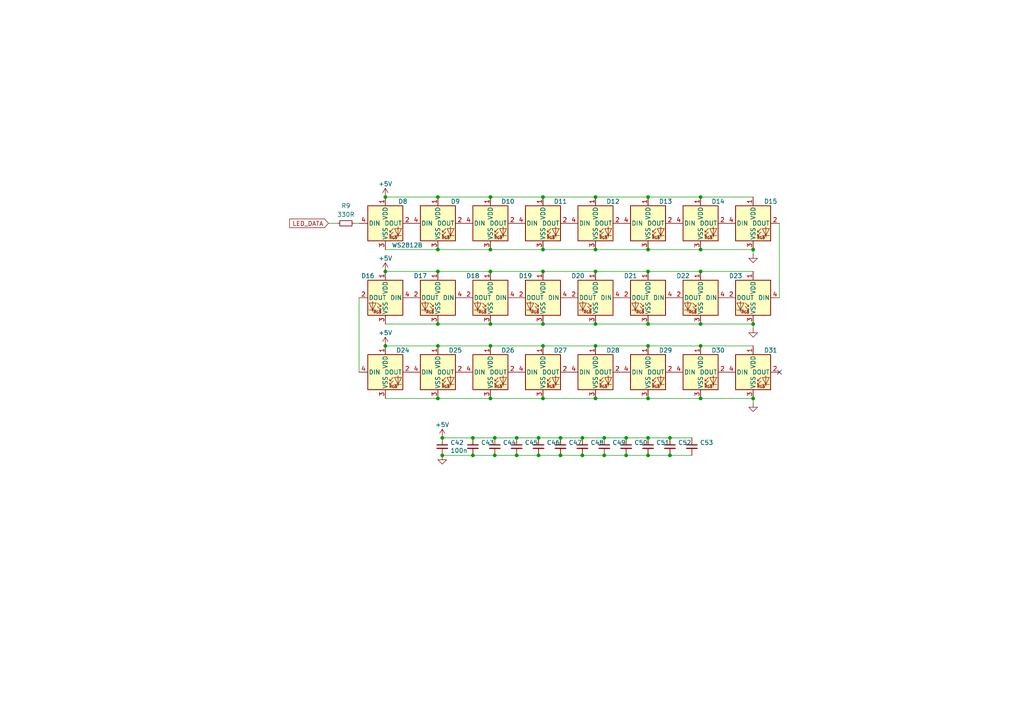
<source format=kicad_sch>
(kicad_sch (version 20211123) (generator eeschema)
  (paper "A4")
  (title_block (title "WS2812 LEDS"))
  (lib_symbols
    (symbol "Device:C_Small" (pin_numbers hide) (pin_names (offset 0.254) hide)
      (property "Reference" "C" (at 0.254 1.778 0))
      (property "Value" "C_Small" (at 0.254 -2.032 0))
      (symbol "C_Small_0_1"
        (polyline (pts (xy -1.524 -0.508) (xy 1.524 -0.508)) (stroke (width 0.3302)))
        (polyline (pts (xy -1.524 0.508) (xy 1.524 0.508)) (stroke (width 0.3048)))
      )
      (symbol "C_Small_1_1"
        (pin passive line (at 0 2.54 270) (length 2.032) (name "~") (number "1"))
        (pin passive line (at 0 -2.54 90) (length 2.032) (name "~") (number "2"))
      )
    )
    (symbol "Device:R_Small" (pin_numbers hide) (pin_names (offset 0.254) hide)
      (property "Reference" "R" (at 0.762 0.508 0))
      (property "Value" "R_Small" (at 0.762 -1.016 0))
      (symbol "R_Small_0_1"
        (rectangle (start -0.762 1.778) (end 0.762 -1.778) (stroke (width 0.2032)))
      )
      (symbol "R_Small_1_1"
        (pin passive line (at 0 2.54 270) (length 0.762) (name "~") (number "1"))
        (pin passive line (at 0 -2.54 90) (length 0.762) (name "~") (number "2"))
      )
    )
    (symbol "LED:WS2812B" (pin_names (offset 0.254))
      (property "Reference" "D" (at 5.08 5.715 0))
      (property "Value" "WS2812B" (at 1.27 -5.715 0))
      (symbol "WS2812B_0_0"
        (text "RGB" (at 2.286 -4.191 0) (effects (font (size 0.762 0.762))))
      )
      (symbol "WS2812B_0_1"
        (polyline (pts (xy 1.27 -3.556) (xy 1.778 -3.556)))
        (polyline (pts (xy 1.27 -2.54) (xy 1.778 -2.54)))
        (polyline (pts (xy 4.699 -3.556) (xy 2.667 -3.556)))
        (polyline (pts (xy 2.286 -2.54) (xy 1.27 -3.556) (xy 1.27 -3.048)))
        (polyline (pts (xy 2.286 -1.524) (xy 1.27 -2.54) (xy 1.27 -2.032)))
        (polyline (pts (xy 3.683 -1.016) (xy 3.683 -3.556) (xy 3.683 -4.064)))
        (polyline (pts (xy 4.699 -1.524) (xy 2.667 -1.524) (xy 3.683 -3.556) (xy 4.699 -1.524)))
        (rectangle (start 5.08 5.08) (end -5.08 -5.08) (stroke (width 0.254)) (fill (type background)))
      )
      (symbol "WS2812B_1_1"
        (pin power_in line (at 0 7.62 270) (length 2.54) (name "VDD") (number "1"))
        (pin output line (at 7.62 0 180) (length 2.54) (name "DOUT") (number "2"))
        (pin power_in line (at 0 -7.62 90) (length 2.54) (name "VSS") (number "3"))
        (pin input line (at -7.62 0 0) (length 2.54) (name "DIN") (number "4"))
      )
    )
    (symbol "power:+5V" (power) (pin_names (offset 0))
      (property "Value" "+5V" (at 0 3.556 0))
      (symbol "+5V_0_1"
        (polyline (pts (xy -0.762 1.27) (xy 0 2.54)))
        (polyline (pts (xy 0 0) (xy 0 2.54)))
        (polyline (pts (xy 0 2.54) (xy 0.762 1.27)))
      )
      (symbol "+5V_1_1"
        (pin power_in line (at 0 0 90) (length 0) hide (name "+5V") (number "1"))
      )
    )
    (symbol "power:GND" (power) (pin_names (offset 0))
      (property "Value" "GND" (at 0 -3.81 0))
      (symbol "GND_0_1"
        (polyline (pts (xy 0 0) (xy 0 -1.27) (xy 1.27 -1.27) (xy 0 -2.54) (xy -1.27 -1.27) (xy 0 -1.27)))
      )
      (symbol "GND_1_1"
        (pin power_in line (at 0 0 270) (length 0) hide (name "GND") (number "1"))
      )
    )
  )
  (junction (at 111.76 57.15))
  (junction (at 175.26 132.08))
  (junction (at 127 72.39))
  (junction (at 187.96 127))
  (junction (at 203.2 115.57))
  (junction (at 127 100.33))
  (junction (at 128.27 127))
  (junction (at 218.44 115.57))
  (junction (at 203.2 57.15))
  (junction (at 187.96 115.57))
  (junction (at 172.72 72.39))
  (junction (at 181.61 127))
  (junction (at 157.48 93.98))
  (junction (at 142.24 57.15))
  (junction (at 142.24 100.33))
  (junction (at 187.96 132.08))
  (junction (at 137.16 127))
  (junction (at 127 115.57))
  (junction (at 149.86 132.08))
  (junction (at 203.2 100.33))
  (junction (at 143.51 127))
  (junction (at 157.48 78.74))
  (junction (at 218.44 72.39))
  (junction (at 194.31 127))
  (junction (at 162.56 132.08))
  (junction (at 187.96 72.39))
  (junction (at 187.96 57.15))
  (junction (at 143.51 132.08))
  (junction (at 111.76 78.74))
  (junction (at 157.48 57.15))
  (junction (at 142.24 72.39))
  (junction (at 127 57.15))
  (junction (at 172.72 78.74))
  (junction (at 172.72 100.33))
  (junction (at 175.26 127))
  (junction (at 156.21 132.08))
  (junction (at 187.96 78.74))
  (junction (at 157.48 115.57))
  (junction (at 187.96 93.98))
  (junction (at 168.91 127))
  (junction (at 127 78.74))
  (junction (at 142.24 78.74))
  (junction (at 172.72 115.57))
  (junction (at 168.91 132.08))
  (junction (at 203.2 72.39))
  (junction (at 149.86 127))
  (junction (at 187.96 100.33))
  (junction (at 137.16 132.08))
  (junction (at 156.21 127))
  (junction (at 181.61 132.08))
  (junction (at 172.72 57.15))
  (junction (at 194.31 132.08))
  (junction (at 162.56 127))
  (junction (at 127 93.98))
  (junction (at 157.48 72.39))
  (junction (at 157.48 100.33))
  (junction (at 128.27 132.08))
  (junction (at 172.72 93.98))
  (junction (at 142.24 93.98))
  (junction (at 203.2 78.74))
  (junction (at 142.24 115.57))
  (junction (at 218.44 93.98))
  (junction (at 203.2 93.98))
  (junction (at 111.76 100.33))
  (no_connect (at 226.06 107.95))
  (wire (pts (xy 181.61 127) (xy 187.96 127)))
  (wire (pts (xy 142.24 57.15) (xy 157.48 57.15)))
  (wire (pts (xy 127 115.57) (xy 142.24 115.57)))
  (wire (pts (xy 203.2 57.15) (xy 218.44 57.15)))
  (wire (pts (xy 162.56 132.08) (xy 168.91 132.08)))
  (wire (pts (xy 137.16 132.08) (xy 143.51 132.08)))
  (wire (pts (xy 172.72 115.57) (xy 187.96 115.57)))
  (wire (pts (xy 157.48 57.15) (xy 172.72 57.15)))
  (wire (pts (xy 127 100.33) (xy 142.24 100.33)))
  (wire (pts (xy 111.76 78.74) (xy 127 78.74)))
  (wire (pts (xy 187.96 115.57) (xy 203.2 115.57)))
  (wire (pts (xy 172.72 100.33) (xy 187.96 100.33)))
  (wire (pts (xy 157.48 72.39) (xy 172.72 72.39)))
  (wire (pts (xy 149.86 127) (xy 156.21 127)))
  (wire (pts (xy 172.72 57.15) (xy 187.96 57.15)))
  (wire (pts (xy 175.26 127) (xy 181.61 127)))
  (wire (pts (xy 104.14 86.36) (xy 104.14 107.95)))
  (wire (pts (xy 142.24 72.39) (xy 157.48 72.39)))
  (wire (pts (xy 157.48 93.98) (xy 172.72 93.98)))
  (wire (pts (xy 203.2 72.39) (xy 218.44 72.39)))
  (wire (pts (xy 203.2 115.57) (xy 218.44 115.57)))
  (wire (pts (xy 156.21 127) (xy 162.56 127)))
  (wire (pts (xy 142.24 100.33) (xy 157.48 100.33)))
  (wire (pts (xy 168.91 132.08) (xy 175.26 132.08)))
  (wire (pts (xy 218.44 115.57) (xy 218.44 116.84)))
  (wire (pts (xy 111.76 57.15) (xy 127 57.15)))
  (wire (pts (xy 162.56 127) (xy 168.91 127)))
  (wire (pts (xy 111.76 72.39) (xy 127 72.39)))
  (wire (pts (xy 127 57.15) (xy 142.24 57.15)))
  (wire (pts (xy 218.44 93.98) (xy 218.44 95.25)))
  (wire (pts (xy 203.2 100.33) (xy 218.44 100.33)))
  (wire (pts (xy 187.96 78.74) (xy 203.2 78.74)))
  (wire (pts (xy 127 72.39) (xy 142.24 72.39)))
  (wire (pts (xy 142.24 93.98) (xy 127 93.98)))
  (wire (pts (xy 137.16 127) (xy 143.51 127)))
  (wire (pts (xy 142.24 115.57) (xy 157.48 115.57)))
  (wire (pts (xy 194.31 127) (xy 200.66 127)))
  (wire (pts (xy 168.91 127) (xy 175.26 127)))
  (wire (pts (xy 127 93.98) (xy 111.76 93.98)))
  (wire (pts (xy 156.21 132.08) (xy 162.56 132.08)))
  (wire (pts (xy 181.61 132.08) (xy 187.96 132.08)))
  (wire (pts (xy 226.06 64.77) (xy 226.06 86.36)))
  (wire (pts (xy 157.48 115.57) (xy 172.72 115.57)))
  (wire (pts (xy 203.2 93.98) (xy 187.96 93.98)))
  (wire (pts (xy 172.72 72.39) (xy 187.96 72.39)))
  (wire (pts (xy 157.48 78.74) (xy 172.72 78.74)))
  (wire (pts (xy 111.76 115.57) (xy 127 115.57)))
  (wire (pts (xy 142.24 78.74) (xy 157.48 78.74)))
  (wire (pts (xy 111.76 100.33) (xy 127 100.33)))
  (wire (pts (xy 102.87 64.77) (xy 104.14 64.77)))
  (wire (pts (xy 143.51 132.08) (xy 149.86 132.08)))
  (wire (pts (xy 187.96 100.33) (xy 203.2 100.33)))
  (wire (pts (xy 128.27 132.08) (xy 137.16 132.08)))
  (wire (pts (xy 143.51 127) (xy 149.86 127)))
  (wire (pts (xy 218.44 93.98) (xy 203.2 93.98)))
  (wire (pts (xy 187.96 72.39) (xy 203.2 72.39)))
  (wire (pts (xy 95.25 64.77) (xy 97.79 64.77)))
  (wire (pts (xy 172.72 78.74) (xy 187.96 78.74)))
  (wire (pts (xy 157.48 100.33) (xy 172.72 100.33)))
  (wire (pts (xy 187.96 127) (xy 194.31 127)))
  (wire (pts (xy 157.48 93.98) (xy 142.24 93.98)))
  (wire (pts (xy 187.96 93.98) (xy 172.72 93.98)))
  (wire (pts (xy 218.44 72.39) (xy 218.44 73.66)))
  (wire (pts (xy 187.96 132.08) (xy 194.31 132.08)))
  (wire (pts (xy 187.96 57.15) (xy 203.2 57.15)))
  (wire (pts (xy 149.86 132.08) (xy 156.21 132.08)))
  (wire (pts (xy 203.2 78.74) (xy 218.44 78.74)))
  (wire (pts (xy 194.31 132.08) (xy 200.66 132.08)))
  (wire (pts (xy 175.26 132.08) (xy 181.61 132.08)))
  (wire (pts (xy 128.27 127) (xy 137.16 127)))
  (wire (pts (xy 127 78.74) (xy 142.24 78.74)))
  (global_label "LED_DATA" (shape input) (at 95.25 64.77 180) (property "Intersheet References" "${INTERSHEET_REFS}" (effects hide)))
  (symbol (lib_id "Device:C_Small") (at 181.61 129.54 0) (unit 1)
    (property "Reference" "C50" (at 183.9468 128.3716 0) (effects (justify left)))
    (property "Value" "100n" (effects hide))
    (property "Footprint" "Capacitor_SMD:C_0402_1005Metric" (effects hide))
    (property "LCSC" "C307331" (effects hide))
  )
  (symbol (lib_id "power:GND") (at 128.27 132.08 0) (unit 1)
    (property "Reference" "#PWR095" (effects hide))
    (property "Value" "GND" (effects hide))
  )
  (symbol (lib_id "Device:C_Small") (at 137.16 129.54 0) (unit 1)
    (property "Reference" "C43" (at 139.4968 128.3716 0) (effects (justify left)))
    (property "Value" "100n" (effects hide))
    (property "Footprint" "Capacitor_SMD:C_0402_1005Metric" (effects hide))
    (property "LCSC" "C307331" (effects hide))
  )
  (symbol (lib_id "LED:WS2812B") (at 187.96 107.95 0) (unit 1)
    (property "Reference" "D29" (at 193.04 101.6 0))
    (property "Value" "WS2812B" (effects hide))
    (property "Footprint" "LED_SMD:LED_WS2812B_PLCC4_5.0x5.0mm_P3.2mm" (effects hide))
    (property "Datasheet" "https://cdn-shop.adafruit.com/datasheets/WS2812B.pdf" (effects hide))
  )
  (symbol (lib_id "LED:WS2812B") (at 187.96 64.77 0) (unit 1)
    (property "Reference" "D13" (at 193.04 58.42 0))
    (property "Value" "WS2812B" (effects hide))
    (property "Footprint" "LED_SMD:LED_WS2812B_PLCC4_5.0x5.0mm_P3.2mm" (effects hide))
    (property "Datasheet" "https://cdn-shop.adafruit.com/datasheets/WS2812B.pdf" (effects hide))
  )
  (symbol (lib_id "LED:WS2812B") (at 127 86.36 0) (mirror y) (unit 1)
    (property "Reference" "D17" (at 121.92 80.01 0))
    (property "Value" "WS2812B" (effects hide))
    (property "Footprint" "LED_SMD:LED_WS2812B_PLCC4_5.0x5.0mm_P3.2mm" (effects hide))
    (property "Datasheet" "https://cdn-shop.adafruit.com/datasheets/WS2812B.pdf" (effects hide))
  )
  (symbol (lib_id "Device:C_Small") (at 168.91 129.54 0) (unit 1)
    (property "Reference" "C48" (at 171.2468 128.3716 0) (effects (justify left)))
    (property "Value" "100n" (effects hide))
    (property "Footprint" "Capacitor_SMD:C_0402_1005Metric" (effects hide))
    (property "LCSC" "C307331" (effects hide))
  )
  (symbol (lib_id "power:+5V") (at 111.76 78.74 0) (unit 1)
    (property "Reference" "#PWR090" (effects hide))
    (property "Value" "+5V" (at 111.76 74.93 0))
  )
  (symbol (lib_id "LED:WS2812B") (at 218.44 64.77 0) (unit 1)
    (property "Reference" "D15" (at 223.52 58.42 0))
    (property "Value" "WS2812B" (effects hide))
    (property "Footprint" "LED_SMD:LED_WS2812B_PLCC4_5.0x5.0mm_P3.2mm" (effects hide))
    (property "Datasheet" "https://cdn-shop.adafruit.com/datasheets/WS2812B.pdf" (effects hide))
  )
  (symbol (lib_id "Device:C_Small") (at 128.27 129.54 0) (unit 1)
    (property "Reference" "C42" (at 130.6068 128.3716 0) (effects (justify left)))
    (property "Value" "100n" (at 130.6068 130.683 0) (effects (justify left)))
    (property "Footprint" "Capacitor_SMD:C_0402_1005Metric" (effects hide))
    (property "LCSC" "C307331" (effects hide))
  )
  (symbol (lib_id "LED:WS2812B") (at 172.72 107.95 0) (unit 1)
    (property "Reference" "D28" (at 177.8 101.6 0))
    (property "Value" "WS2812B" (effects hide))
    (property "Footprint" "LED_SMD:LED_WS2812B_PLCC4_5.0x5.0mm_P3.2mm" (effects hide))
    (property "Datasheet" "https://cdn-shop.adafruit.com/datasheets/WS2812B.pdf" (effects hide))
  )
  (symbol (lib_id "LED:WS2812B") (at 203.2 107.95 0) (unit 1)
    (property "Reference" "D30" (at 208.28 101.6 0))
    (property "Value" "WS2812B" (effects hide))
    (property "Footprint" "LED_SMD:LED_WS2812B_PLCC4_5.0x5.0mm_P3.2mm" (effects hide))
    (property "Datasheet" "https://cdn-shop.adafruit.com/datasheets/WS2812B.pdf" (effects hide))
  )
  (symbol (lib_id "power:+5V") (at 111.76 100.33 0) (unit 1)
    (property "Reference" "#PWR092" (effects hide))
    (property "Value" "+5V" (at 111.76 96.52 0))
  )
  (symbol (lib_id "power:+5V") (at 128.27 127 0) (unit 1)
    (property "Reference" "#PWR094" (effects hide))
    (property "Value" "+5V" (at 128.27 123.19 0))
  )
  (symbol (lib_id "power:GND") (at 218.44 95.25 0) (unit 1)
    (property "Reference" "#PWR091" (effects hide))
    (property "Value" "GND" (effects hide))
  )
  (symbol (lib_id "power:GND") (at 218.44 73.66 0) (unit 1)
    (property "Reference" "#PWR089" (effects hide))
    (property "Value" "GND" (effects hide))
  )
  (symbol (lib_id "Device:C_Small") (at 149.86 129.54 0) (unit 1)
    (property "Reference" "C45" (at 152.1968 128.3716 0) (effects (justify left)))
    (property "Value" "100n" (effects hide))
    (property "Footprint" "Capacitor_SMD:C_0402_1005Metric" (effects hide))
    (property "LCSC" "C307331" (effects hide))
  )
  (symbol (lib_id "LED:WS2812B") (at 142.24 64.77 0) (unit 1)
    (property "Reference" "D10" (at 147.32 58.42 0))
    (property "Value" "WS2812B" (effects hide))
    (property "Footprint" "LED_SMD:LED_WS2812B_PLCC4_5.0x5.0mm_P3.2mm" (effects hide))
    (property "Datasheet" "https://cdn-shop.adafruit.com/datasheets/WS2812B.pdf" (effects hide))
  )
  (symbol (lib_id "power:GND") (at 218.44 116.84 0) (unit 1)
    (property "Reference" "#PWR093" (effects hide))
    (property "Value" "GND" (effects hide))
  )
  (symbol (lib_id "LED:WS2812B") (at 172.72 86.36 0) (mirror y) (unit 1)
    (property "Reference" "D20" (at 167.64 80.01 0))
    (property "Value" "WS2812B" (effects hide))
    (property "Footprint" "LED_SMD:LED_WS2812B_PLCC4_5.0x5.0mm_P3.2mm" (effects hide))
    (property "Datasheet" "https://cdn-shop.adafruit.com/datasheets/WS2812B.pdf" (effects hide))
  )
  (symbol (lib_id "Device:C_Small") (at 187.96 129.54 0) (unit 1)
    (property "Reference" "C51" (at 190.2968 128.3716 0) (effects (justify left)))
    (property "Value" "100n" (effects hide))
    (property "Footprint" "Capacitor_SMD:C_0402_1005Metric" (effects hide))
    (property "LCSC" "C307331" (effects hide))
  )
  (symbol (lib_id "LED:WS2812B") (at 142.24 107.95 0) (unit 1)
    (property "Reference" "D26" (at 147.32 101.6 0))
    (property "Value" "WS2812B" (effects hide))
    (property "Footprint" "LED_SMD:LED_WS2812B_PLCC4_5.0x5.0mm_P3.2mm" (effects hide))
    (property "Datasheet" "https://cdn-shop.adafruit.com/datasheets/WS2812B.pdf" (effects hide))
  )
  (symbol (lib_id "LED:WS2812B") (at 187.96 86.36 0) (mirror y) (unit 1)
    (property "Reference" "D21" (at 182.88 80.01 0))
    (property "Value" "WS2812B" (effects hide))
    (property "Footprint" "LED_SMD:LED_WS2812B_PLCC4_5.0x5.0mm_P3.2mm" (effects hide))
    (property "Datasheet" "https://cdn-shop.adafruit.com/datasheets/WS2812B.pdf" (effects hide))
  )
  (symbol (lib_id "LED:WS2812B") (at 157.48 107.95 0) (unit 1)
    (property "Reference" "D27" (at 162.56 101.6 0))
    (property "Value" "WS2812B" (effects hide))
    (property "Footprint" "LED_SMD:LED_WS2812B_PLCC4_5.0x5.0mm_P3.2mm" (effects hide))
    (property "Datasheet" "https://cdn-shop.adafruit.com/datasheets/WS2812B.pdf" (effects hide))
  )
  (symbol (lib_id "LED:WS2812B") (at 127 64.77 0) (unit 1)
    (property "Reference" "D9" (at 132.08 58.42 0))
    (property "Value" "WS2812B" (effects hide))
    (property "Footprint" "LED_SMD:LED_WS2812B_PLCC4_5.0x5.0mm_P3.2mm" (effects hide))
    (property "Datasheet" "https://cdn-shop.adafruit.com/datasheets/WS2812B.pdf" (effects hide))
  )
  (symbol (lib_id "LED:WS2812B") (at 203.2 64.77 0) (unit 1)
    (property "Reference" "D14" (at 208.28 58.42 0))
    (property "Value" "WS2812B" (effects hide))
    (property "Footprint" "LED_SMD:LED_WS2812B_PLCC4_5.0x5.0mm_P3.2mm" (effects hide))
    (property "Datasheet" "https://cdn-shop.adafruit.com/datasheets/WS2812B.pdf" (effects hide))
  )
  (symbol (lib_id "Device:C_Small") (at 200.66 129.54 0) (unit 1)
    (property "Reference" "C53" (at 202.9968 128.3716 0) (effects (justify left)))
    (property "Value" "100n" (effects hide))
    (property "Footprint" "Capacitor_SMD:C_0402_1005Metric" (effects hide))
    (property "LCSC" "C307331" (effects hide))
  )
  (symbol (lib_id "LED:WS2812B") (at 157.48 64.77 0) (unit 1)
    (property "Reference" "D11" (at 162.56 58.42 0))
    (property "Value" "WS2812B" (effects hide))
    (property "Footprint" "LED_SMD:LED_WS2812B_PLCC4_5.0x5.0mm_P3.2mm" (effects hide))
    (property "Datasheet" "https://cdn-shop.adafruit.com/datasheets/WS2812B.pdf" (effects hide))
  )
  (symbol (lib_id "LED:WS2812B") (at 111.76 86.36 0) (mirror y) (unit 1)
    (property "Reference" "D16" (at 106.68 80.01 0))
    (property "Value" "WS2812B" (effects hide))
    (property "Footprint" "LED_SMD:LED_WS2812B_PLCC4_5.0x5.0mm_P3.2mm" (effects hide))
    (property "Datasheet" "https://cdn-shop.adafruit.com/datasheets/WS2812B.pdf" (effects hide))
  )
  (symbol (lib_id "LED:WS2812B") (at 218.44 107.95 0) (unit 1)
    (property "Reference" "D31" (at 223.52 101.6 0))
    (property "Value" "WS2812B" (effects hide))
    (property "Footprint" "LED_SMD:LED_WS2812B_PLCC4_5.0x5.0mm_P3.2mm" (effects hide))
    (property "Datasheet" "https://cdn-shop.adafruit.com/datasheets/WS2812B.pdf" (effects hide))
  )
  (symbol (lib_id "LED:WS2812B") (at 127 107.95 0) (unit 1)
    (property "Reference" "D25" (at 132.08 101.6 0))
    (property "Value" "WS2812B" (effects hide))
    (property "Footprint" "LED_SMD:LED_WS2812B_PLCC4_5.0x5.0mm_P3.2mm" (effects hide))
    (property "Datasheet" "https://cdn-shop.adafruit.com/datasheets/WS2812B.pdf" (effects hide))
  )
  (symbol (lib_id "LED:WS2812B") (at 157.48 86.36 0) (mirror y) (unit 1)
    (property "Reference" "D19" (at 152.4 80.01 0))
    (property "Value" "WS2812B" (effects hide))
    (property "Footprint" "LED_SMD:LED_WS2812B_PLCC4_5.0x5.0mm_P3.2mm" (effects hide))
    (property "Datasheet" "https://cdn-shop.adafruit.com/datasheets/WS2812B.pdf" (effects hide))
  )
  (symbol (lib_id "LED:WS2812B") (at 203.2 86.36 0) (mirror y) (unit 1)
    (property "Reference" "D22" (at 198.12 80.01 0))
    (property "Value" "WS2812B" (effects hide))
    (property "Footprint" "LED_SMD:LED_WS2812B_PLCC4_5.0x5.0mm_P3.2mm" (effects hide))
    (property "Datasheet" "https://cdn-shop.adafruit.com/datasheets/WS2812B.pdf" (effects hide))
  )
  (symbol (lib_id "LED:WS2812B") (at 172.72 64.77 0) (unit 1)
    (property "Reference" "D12" (at 177.8 58.42 0))
    (property "Value" "WS2812B" (effects hide))
    (property "Footprint" "LED_SMD:LED_WS2812B_PLCC4_5.0x5.0mm_P3.2mm" (effects hide))
    (property "Datasheet" "https://cdn-shop.adafruit.com/datasheets/WS2812B.pdf" (effects hide))
  )
  (symbol (lib_id "Device:R_Small") (at 100.33 64.77 90) (unit 1)
    (property "Reference" "R9" (at 100.33 59.69 90))
    (property "Value" "330R" (at 100.33 62.23 90))
  )
  (symbol (lib_id "Device:C_Small") (at 194.31 129.54 0) (unit 1)
    (property "Reference" "C52" (at 196.6468 128.3716 0) (effects (justify left)))
    (property "Value" "100n" (effects hide))
    (property "Footprint" "Capacitor_SMD:C_0402_1005Metric" (effects hide))
    (property "LCSC" "C307331" (effects hide))
  )
  (symbol (lib_id "Device:C_Small") (at 143.51 129.54 0) (unit 1)
    (property "Reference" "C44" (at 145.8468 128.3716 0) (effects (justify left)))
    (property "Value" "100n" (effects hide))
    (property "Footprint" "Capacitor_SMD:C_0402_1005Metric" (effects hide))
    (property "LCSC" "C307331" (effects hide))
  )
  (symbol (lib_id "Device:C_Small") (at 175.26 129.54 0) (unit 1)
    (property "Reference" "C49" (at 177.5968 128.3716 0) (effects (justify left)))
    (property "Value" "100n" (effects hide))
    (property "Footprint" "Capacitor_SMD:C_0402_1005Metric" (effects hide))
    (property "LCSC" "C307331" (effects hide))
  )
  (symbol (lib_id "LED:WS2812B") (at 142.24 86.36 0) (mirror y) (unit 1)
    (property "Reference" "D18" (at 137.16 80.01 0))
    (property "Value" "WS2812B" (effects hide))
    (property "Footprint" "LED_SMD:LED_WS2812B_PLCC4_5.0x5.0mm_P3.2mm" (effects hide))
    (property "Datasheet" "https://cdn-shop.adafruit.com/datasheets/WS2812B.pdf" (effects hide))
  )
  (symbol (lib_id "Device:C_Small") (at 162.56 129.54 0) (unit 1)
    (property "Reference" "C47" (at 164.8968 128.3716 0) (effects (justify left)))
    (property "Value" "100n" (effects hide))
    (property "Footprint" "Capacitor_SMD:C_0402_1005Metric" (effects hide))
    (property "LCSC" "C307331" (effects hide))
  )
  (symbol (lib_id "Device:C_Small") (at 156.21 129.54 0) (unit 1)
    (property "Reference" "C46" (at 158.5468 128.3716 0) (effects (justify left)))
    (property "Value" "100n" (effects hide))
    (property "Footprint" "Capacitor_SMD:C_0402_1005Metric" (effects hide))
    (property "LCSC" "C307331" (effects hide))
  )
  (symbol (lib_id "LED:WS2812B") (at 111.76 64.77 0) (unit 1)
    (property "Reference" "D8" (at 116.84 58.42 0))
    (property "Value" "WS2812B" (at 118.11 71.12 0))
    (property "Footprint" "LED_SMD:LED_WS2812B_PLCC4_5.0x5.0mm_P3.2mm" (effects hide))
    (property "Datasheet" "https://cdn-shop.adafruit.com/datasheets/WS2812B.pdf" (effects hide))
  )
  (symbol (lib_id "power:+5V") (at 111.76 57.15 0) (unit 1)
    (property "Reference" "#PWR088" (effects hide))
    (property "Value" "+5V" (at 111.76 53.34 0))
  )
  (symbol (lib_id "LED:WS2812B") (at 218.44 86.36 0) (mirror y) (unit 1)
    (property "Reference" "D23" (at 213.36 80.01 0))
    (property "Value" "WS2812B" (effects hide))
    (property "Footprint" "LED_SMD:LED_WS2812B_PLCC4_5.0x5.0mm_P3.2mm" (effects hide))
    (property "Datasheet" "https://cdn-shop.adafruit.com/datasheets/WS2812B.pdf" (effects hide))
  )
  (symbol (lib_id "LED:WS2812B") (at 111.76 107.95 0) (unit 1)
    (property "Reference" "D24" (at 116.84 101.6 0))
    (property "Value" "WS2812B" (effects hide))
    (property "Footprint" "LED_SMD:LED_WS2812B_PLCC4_5.0x5.0mm_P3.2mm" (effects hide))
    (property "Datasheet" "https://cdn-shop.adafruit.com/datasheets/WS2812B.pdf" (effects hide))
  )
)
</source>
